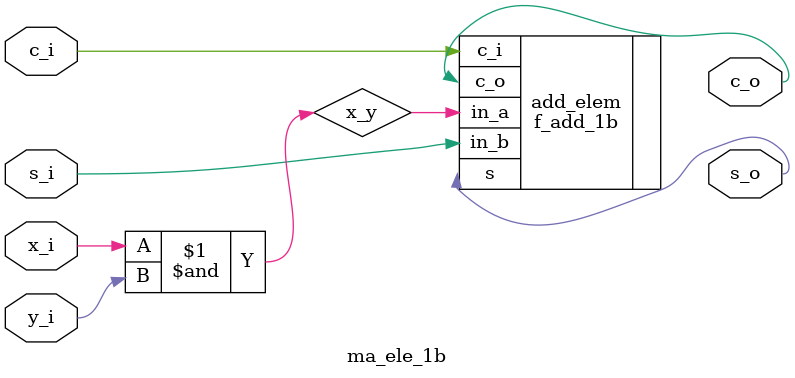
<source format=v>
`timescale 1ns / 1ps
module ma_ele_1b(
    output s_o,
    output c_o,
    input x_i,
    input y_i,
    input s_i,
    input c_i
);
wire x_y;
  /**
  and delay 1ns
  */
assign #1 x_y = x_i & y_i;//and

f_add_1b add_elem(
    .s(s_o),
    .c_o(c_o),
    .in_a(x_y),
    .in_b(s_i),
    .c_i(c_i)
);

endmodule
</source>
